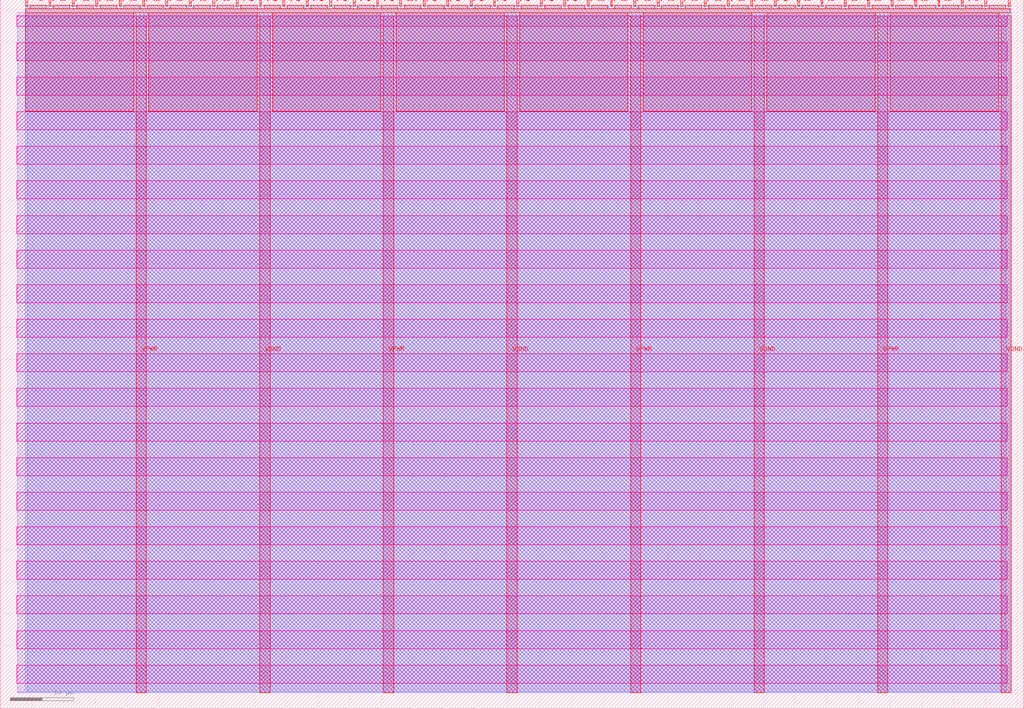
<source format=lef>
VERSION 5.7 ;
  NOWIREEXTENSIONATPIN ON ;
  DIVIDERCHAR "/" ;
  BUSBITCHARS "[]" ;
MACRO tt_um_jorga20j_prng
  CLASS BLOCK ;
  FOREIGN tt_um_jorga20j_prng ;
  ORIGIN 0.000 0.000 ;
  SIZE 161.000 BY 111.520 ;
  PIN VGND
    DIRECTION INOUT ;
    USE GROUND ;
    PORT
      LAYER met4 ;
        RECT 40.830 2.480 42.430 109.040 ;
    END
    PORT
      LAYER met4 ;
        RECT 79.700 2.480 81.300 109.040 ;
    END
    PORT
      LAYER met4 ;
        RECT 118.570 2.480 120.170 109.040 ;
    END
    PORT
      LAYER met4 ;
        RECT 157.440 2.480 159.040 109.040 ;
    END
  END VGND
  PIN VPWR
    DIRECTION INOUT ;
    USE POWER ;
    PORT
      LAYER met4 ;
        RECT 21.395 2.480 22.995 109.040 ;
    END
    PORT
      LAYER met4 ;
        RECT 60.265 2.480 61.865 109.040 ;
    END
    PORT
      LAYER met4 ;
        RECT 99.135 2.480 100.735 109.040 ;
    END
    PORT
      LAYER met4 ;
        RECT 138.005 2.480 139.605 109.040 ;
    END
  END VPWR
  PIN clk
    DIRECTION INPUT ;
    USE SIGNAL ;
    ANTENNAGATEAREA 0.852000 ;
    PORT
      LAYER met4 ;
        RECT 154.870 110.520 155.170 111.520 ;
    END
  END clk
  PIN ena
    DIRECTION INPUT ;
    USE SIGNAL ;
    ANTENNAGATEAREA 0.196500 ;
    PORT
      LAYER met4 ;
        RECT 158.550 110.520 158.850 111.520 ;
    END
  END ena
  PIN rst_n
    DIRECTION INPUT ;
    USE SIGNAL ;
    ANTENNAGATEAREA 0.196500 ;
    PORT
      LAYER met4 ;
        RECT 151.190 110.520 151.490 111.520 ;
    END
  END rst_n
  PIN ui_in[0]
    DIRECTION INPUT ;
    USE SIGNAL ;
    ANTENNAGATEAREA 0.196500 ;
    PORT
      LAYER met4 ;
        RECT 147.510 110.520 147.810 111.520 ;
    END
  END ui_in[0]
  PIN ui_in[1]
    DIRECTION INPUT ;
    USE SIGNAL ;
    ANTENNAGATEAREA 0.196500 ;
    PORT
      LAYER met4 ;
        RECT 143.830 110.520 144.130 111.520 ;
    END
  END ui_in[1]
  PIN ui_in[2]
    DIRECTION INPUT ;
    USE SIGNAL ;
    ANTENNAGATEAREA 0.196500 ;
    PORT
      LAYER met4 ;
        RECT 140.150 110.520 140.450 111.520 ;
    END
  END ui_in[2]
  PIN ui_in[3]
    DIRECTION INPUT ;
    USE SIGNAL ;
    ANTENNAGATEAREA 0.196500 ;
    PORT
      LAYER met4 ;
        RECT 136.470 110.520 136.770 111.520 ;
    END
  END ui_in[3]
  PIN ui_in[4]
    DIRECTION INPUT ;
    USE SIGNAL ;
    ANTENNAGATEAREA 0.196500 ;
    PORT
      LAYER met4 ;
        RECT 132.790 110.520 133.090 111.520 ;
    END
  END ui_in[4]
  PIN ui_in[5]
    DIRECTION INPUT ;
    USE SIGNAL ;
    ANTENNAGATEAREA 0.196500 ;
    PORT
      LAYER met4 ;
        RECT 129.110 110.520 129.410 111.520 ;
    END
  END ui_in[5]
  PIN ui_in[6]
    DIRECTION INPUT ;
    USE SIGNAL ;
    ANTENNAGATEAREA 0.196500 ;
    PORT
      LAYER met4 ;
        RECT 125.430 110.520 125.730 111.520 ;
    END
  END ui_in[6]
  PIN ui_in[7]
    DIRECTION INPUT ;
    USE SIGNAL ;
    ANTENNAGATEAREA 0.196500 ;
    PORT
      LAYER met4 ;
        RECT 121.750 110.520 122.050 111.520 ;
    END
  END ui_in[7]
  PIN uio_in[0]
    DIRECTION INPUT ;
    USE SIGNAL ;
    PORT
      LAYER met4 ;
        RECT 118.070 110.520 118.370 111.520 ;
    END
  END uio_in[0]
  PIN uio_in[1]
    DIRECTION INPUT ;
    USE SIGNAL ;
    PORT
      LAYER met4 ;
        RECT 114.390 110.520 114.690 111.520 ;
    END
  END uio_in[1]
  PIN uio_in[2]
    DIRECTION INPUT ;
    USE SIGNAL ;
    PORT
      LAYER met4 ;
        RECT 110.710 110.520 111.010 111.520 ;
    END
  END uio_in[2]
  PIN uio_in[3]
    DIRECTION INPUT ;
    USE SIGNAL ;
    PORT
      LAYER met4 ;
        RECT 107.030 110.520 107.330 111.520 ;
    END
  END uio_in[3]
  PIN uio_in[4]
    DIRECTION INPUT ;
    USE SIGNAL ;
    PORT
      LAYER met4 ;
        RECT 103.350 110.520 103.650 111.520 ;
    END
  END uio_in[4]
  PIN uio_in[5]
    DIRECTION INPUT ;
    USE SIGNAL ;
    PORT
      LAYER met4 ;
        RECT 99.670 110.520 99.970 111.520 ;
    END
  END uio_in[5]
  PIN uio_in[6]
    DIRECTION INPUT ;
    USE SIGNAL ;
    PORT
      LAYER met4 ;
        RECT 95.990 110.520 96.290 111.520 ;
    END
  END uio_in[6]
  PIN uio_in[7]
    DIRECTION INPUT ;
    USE SIGNAL ;
    PORT
      LAYER met4 ;
        RECT 92.310 110.520 92.610 111.520 ;
    END
  END uio_in[7]
  PIN uio_oe[0]
    DIRECTION OUTPUT TRISTATE ;
    USE SIGNAL ;
    PORT
      LAYER met4 ;
        RECT 29.750 110.520 30.050 111.520 ;
    END
  END uio_oe[0]
  PIN uio_oe[1]
    DIRECTION OUTPUT TRISTATE ;
    USE SIGNAL ;
    PORT
      LAYER met4 ;
        RECT 26.070 110.520 26.370 111.520 ;
    END
  END uio_oe[1]
  PIN uio_oe[2]
    DIRECTION OUTPUT TRISTATE ;
    USE SIGNAL ;
    PORT
      LAYER met4 ;
        RECT 22.390 110.520 22.690 111.520 ;
    END
  END uio_oe[2]
  PIN uio_oe[3]
    DIRECTION OUTPUT TRISTATE ;
    USE SIGNAL ;
    PORT
      LAYER met4 ;
        RECT 18.710 110.520 19.010 111.520 ;
    END
  END uio_oe[3]
  PIN uio_oe[4]
    DIRECTION OUTPUT TRISTATE ;
    USE SIGNAL ;
    PORT
      LAYER met4 ;
        RECT 15.030 110.520 15.330 111.520 ;
    END
  END uio_oe[4]
  PIN uio_oe[5]
    DIRECTION OUTPUT TRISTATE ;
    USE SIGNAL ;
    PORT
      LAYER met4 ;
        RECT 11.350 110.520 11.650 111.520 ;
    END
  END uio_oe[5]
  PIN uio_oe[6]
    DIRECTION OUTPUT TRISTATE ;
    USE SIGNAL ;
    PORT
      LAYER met4 ;
        RECT 7.670 110.520 7.970 111.520 ;
    END
  END uio_oe[6]
  PIN uio_oe[7]
    DIRECTION OUTPUT TRISTATE ;
    USE SIGNAL ;
    PORT
      LAYER met4 ;
        RECT 3.990 110.520 4.290 111.520 ;
    END
  END uio_oe[7]
  PIN uio_out[0]
    DIRECTION OUTPUT TRISTATE ;
    USE SIGNAL ;
    PORT
      LAYER met4 ;
        RECT 59.190 110.520 59.490 111.520 ;
    END
  END uio_out[0]
  PIN uio_out[1]
    DIRECTION OUTPUT TRISTATE ;
    USE SIGNAL ;
    PORT
      LAYER met4 ;
        RECT 55.510 110.520 55.810 111.520 ;
    END
  END uio_out[1]
  PIN uio_out[2]
    DIRECTION OUTPUT TRISTATE ;
    USE SIGNAL ;
    PORT
      LAYER met4 ;
        RECT 51.830 110.520 52.130 111.520 ;
    END
  END uio_out[2]
  PIN uio_out[3]
    DIRECTION OUTPUT TRISTATE ;
    USE SIGNAL ;
    PORT
      LAYER met4 ;
        RECT 48.150 110.520 48.450 111.520 ;
    END
  END uio_out[3]
  PIN uio_out[4]
    DIRECTION OUTPUT TRISTATE ;
    USE SIGNAL ;
    PORT
      LAYER met4 ;
        RECT 44.470 110.520 44.770 111.520 ;
    END
  END uio_out[4]
  PIN uio_out[5]
    DIRECTION OUTPUT TRISTATE ;
    USE SIGNAL ;
    PORT
      LAYER met4 ;
        RECT 40.790 110.520 41.090 111.520 ;
    END
  END uio_out[5]
  PIN uio_out[6]
    DIRECTION OUTPUT TRISTATE ;
    USE SIGNAL ;
    PORT
      LAYER met4 ;
        RECT 37.110 110.520 37.410 111.520 ;
    END
  END uio_out[6]
  PIN uio_out[7]
    DIRECTION OUTPUT TRISTATE ;
    USE SIGNAL ;
    PORT
      LAYER met4 ;
        RECT 33.430 110.520 33.730 111.520 ;
    END
  END uio_out[7]
  PIN uo_out[0]
    DIRECTION OUTPUT TRISTATE ;
    USE SIGNAL ;
    ANTENNADIFFAREA 0.445500 ;
    PORT
      LAYER met4 ;
        RECT 88.630 110.520 88.930 111.520 ;
    END
  END uo_out[0]
  PIN uo_out[1]
    DIRECTION OUTPUT TRISTATE ;
    USE SIGNAL ;
    ANTENNADIFFAREA 0.445500 ;
    PORT
      LAYER met4 ;
        RECT 84.950 110.520 85.250 111.520 ;
    END
  END uo_out[1]
  PIN uo_out[2]
    DIRECTION OUTPUT TRISTATE ;
    USE SIGNAL ;
    ANTENNADIFFAREA 0.891000 ;
    PORT
      LAYER met4 ;
        RECT 81.270 110.520 81.570 111.520 ;
    END
  END uo_out[2]
  PIN uo_out[3]
    DIRECTION OUTPUT TRISTATE ;
    USE SIGNAL ;
    ANTENNADIFFAREA 0.445500 ;
    PORT
      LAYER met4 ;
        RECT 77.590 110.520 77.890 111.520 ;
    END
  END uo_out[3]
  PIN uo_out[4]
    DIRECTION OUTPUT TRISTATE ;
    USE SIGNAL ;
    ANTENNADIFFAREA 0.445500 ;
    PORT
      LAYER met4 ;
        RECT 73.910 110.520 74.210 111.520 ;
    END
  END uo_out[4]
  PIN uo_out[5]
    DIRECTION OUTPUT TRISTATE ;
    USE SIGNAL ;
    ANTENNADIFFAREA 0.445500 ;
    PORT
      LAYER met4 ;
        RECT 70.230 110.520 70.530 111.520 ;
    END
  END uo_out[5]
  PIN uo_out[6]
    DIRECTION OUTPUT TRISTATE ;
    USE SIGNAL ;
    ANTENNADIFFAREA 0.445500 ;
    PORT
      LAYER met4 ;
        RECT 66.550 110.520 66.850 111.520 ;
    END
  END uo_out[6]
  PIN uo_out[7]
    DIRECTION OUTPUT TRISTATE ;
    USE SIGNAL ;
    ANTENNADIFFAREA 0.445500 ;
    PORT
      LAYER met4 ;
        RECT 62.870 110.520 63.170 111.520 ;
    END
  END uo_out[7]
  OBS
      LAYER nwell ;
        RECT 2.570 107.385 158.430 108.990 ;
        RECT 2.570 101.945 158.430 104.775 ;
        RECT 2.570 96.505 158.430 99.335 ;
        RECT 2.570 91.065 158.430 93.895 ;
        RECT 2.570 85.625 158.430 88.455 ;
        RECT 2.570 80.185 158.430 83.015 ;
        RECT 2.570 74.745 158.430 77.575 ;
        RECT 2.570 69.305 158.430 72.135 ;
        RECT 2.570 63.865 158.430 66.695 ;
        RECT 2.570 58.425 158.430 61.255 ;
        RECT 2.570 52.985 158.430 55.815 ;
        RECT 2.570 47.545 158.430 50.375 ;
        RECT 2.570 42.105 158.430 44.935 ;
        RECT 2.570 36.665 158.430 39.495 ;
        RECT 2.570 31.225 158.430 34.055 ;
        RECT 2.570 25.785 158.430 28.615 ;
        RECT 2.570 20.345 158.430 23.175 ;
        RECT 2.570 14.905 158.430 17.735 ;
        RECT 2.570 9.465 158.430 12.295 ;
        RECT 2.570 4.025 158.430 6.855 ;
      LAYER li1 ;
        RECT 2.760 2.635 158.240 108.885 ;
      LAYER met1 ;
        RECT 2.760 2.480 159.040 109.440 ;
      LAYER met2 ;
        RECT 4.230 2.535 159.010 110.685 ;
      LAYER met3 ;
        RECT 3.950 2.555 159.030 110.665 ;
      LAYER met4 ;
        RECT 4.690 110.120 7.270 110.665 ;
        RECT 8.370 110.120 10.950 110.665 ;
        RECT 12.050 110.120 14.630 110.665 ;
        RECT 15.730 110.120 18.310 110.665 ;
        RECT 19.410 110.120 21.990 110.665 ;
        RECT 23.090 110.120 25.670 110.665 ;
        RECT 26.770 110.120 29.350 110.665 ;
        RECT 30.450 110.120 33.030 110.665 ;
        RECT 34.130 110.120 36.710 110.665 ;
        RECT 37.810 110.120 40.390 110.665 ;
        RECT 41.490 110.120 44.070 110.665 ;
        RECT 45.170 110.120 47.750 110.665 ;
        RECT 48.850 110.120 51.430 110.665 ;
        RECT 52.530 110.120 55.110 110.665 ;
        RECT 56.210 110.120 58.790 110.665 ;
        RECT 59.890 110.120 62.470 110.665 ;
        RECT 63.570 110.120 66.150 110.665 ;
        RECT 67.250 110.120 69.830 110.665 ;
        RECT 70.930 110.120 73.510 110.665 ;
        RECT 74.610 110.120 77.190 110.665 ;
        RECT 78.290 110.120 80.870 110.665 ;
        RECT 81.970 110.120 84.550 110.665 ;
        RECT 85.650 110.120 88.230 110.665 ;
        RECT 89.330 110.120 91.910 110.665 ;
        RECT 93.010 110.120 95.590 110.665 ;
        RECT 96.690 110.120 99.270 110.665 ;
        RECT 100.370 110.120 102.950 110.665 ;
        RECT 104.050 110.120 106.630 110.665 ;
        RECT 107.730 110.120 110.310 110.665 ;
        RECT 111.410 110.120 113.990 110.665 ;
        RECT 115.090 110.120 117.670 110.665 ;
        RECT 118.770 110.120 121.350 110.665 ;
        RECT 122.450 110.120 125.030 110.665 ;
        RECT 126.130 110.120 128.710 110.665 ;
        RECT 129.810 110.120 132.390 110.665 ;
        RECT 133.490 110.120 136.070 110.665 ;
        RECT 137.170 110.120 139.750 110.665 ;
        RECT 140.850 110.120 143.430 110.665 ;
        RECT 144.530 110.120 147.110 110.665 ;
        RECT 148.210 110.120 150.790 110.665 ;
        RECT 151.890 110.120 154.470 110.665 ;
        RECT 155.570 110.120 158.150 110.665 ;
        RECT 3.975 109.440 158.865 110.120 ;
        RECT 3.975 94.015 20.995 109.440 ;
        RECT 23.395 94.015 40.430 109.440 ;
        RECT 42.830 94.015 59.865 109.440 ;
        RECT 62.265 94.015 79.300 109.440 ;
        RECT 81.700 94.015 98.735 109.440 ;
        RECT 101.135 94.015 118.170 109.440 ;
        RECT 120.570 94.015 137.605 109.440 ;
        RECT 140.005 94.015 157.040 109.440 ;
  END
END tt_um_jorga20j_prng
END LIBRARY


</source>
